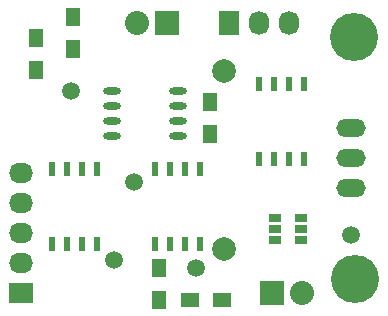
<source format=gts>
G04 #@! TF.FileFunction,Soldermask,Top*
%FSLAX46Y46*%
G04 Gerber Fmt 4.6, Leading zero omitted, Abs format (unit mm)*
G04 Created by KiCad (PCBNEW (2015-04-09 BZR 5589)-product) date Wednesday, 15 April 2015 07:54:32 pm*
%MOMM*%
G01*
G04 APERTURE LIST*
%ADD10C,0.150000*%
%ADD11R,2.032000X2.032000*%
%ADD12O,2.032000X2.032000*%
%ADD13R,2.032000X1.727200*%
%ADD14O,2.032000X1.727200*%
%ADD15R,1.727200X2.032000*%
%ADD16O,1.727200X2.032000*%
%ADD17C,1.501140*%
%ADD18O,2.499360X1.501140*%
%ADD19C,1.998980*%
%ADD20R,1.300000X1.500000*%
%ADD21R,1.500000X1.300000*%
%ADD22R,0.508000X1.143000*%
%ADD23O,1.473200X0.609600*%
%ADD24R,1.060000X0.650000*%
%ADD25C,4.064000*%
G04 APERTURE END LIST*
D10*
D11*
X157480000Y-96520000D03*
D12*
X154940000Y-96520000D03*
D11*
X166370000Y-119380000D03*
D12*
X168910000Y-119380000D03*
D13*
X145135600Y-119380000D03*
D14*
X145135600Y-116840000D03*
X145135600Y-114300000D03*
X145135600Y-111760000D03*
X145135600Y-109220000D03*
D15*
X162712400Y-96520000D03*
D16*
X165252400Y-96520000D03*
X167792400Y-96520000D03*
D17*
X154686000Y-109982000D03*
X173075600Y-114503200D03*
X152958800Y-116586000D03*
X159969200Y-117297200D03*
X149352000Y-102311200D03*
D18*
X173024800Y-107950000D03*
X173024800Y-105410000D03*
X173024800Y-110490000D03*
D19*
X162306000Y-100653200D03*
X162306000Y-115653200D03*
D20*
X161086800Y-105947200D03*
X161086800Y-103247200D03*
X149555200Y-96008200D03*
X149555200Y-98708200D03*
X146380200Y-97837000D03*
X146380200Y-100537000D03*
D21*
X162132000Y-119989600D03*
X159432000Y-119989600D03*
D20*
X156768800Y-119968000D03*
X156768800Y-117268000D03*
D22*
X160248600Y-115239800D03*
X158978600Y-115239800D03*
X157708600Y-115239800D03*
X156438600Y-115239800D03*
X156438600Y-108889800D03*
X157708600Y-108889800D03*
X158978600Y-108889800D03*
X160248600Y-108889800D03*
D23*
X152844500Y-102298500D03*
X152844500Y-103568500D03*
X152844500Y-104838500D03*
X152844500Y-106108500D03*
X158432500Y-106108500D03*
X158432500Y-104838500D03*
X158432500Y-103568500D03*
X158432500Y-102298500D03*
D24*
X166641600Y-113045200D03*
X166641600Y-113995200D03*
X166641600Y-114945200D03*
X168841600Y-114945200D03*
X168841600Y-113045200D03*
X168841600Y-113995200D03*
D22*
X151511000Y-115290600D03*
X150241000Y-115290600D03*
X148971000Y-115290600D03*
X147701000Y-115290600D03*
X147701000Y-108940600D03*
X148971000Y-108940600D03*
X150241000Y-108940600D03*
X151511000Y-108940600D03*
X169037000Y-108077000D03*
X167767000Y-108077000D03*
X166497000Y-108077000D03*
X165227000Y-108077000D03*
X165227000Y-101727000D03*
X166497000Y-101727000D03*
X167767000Y-101727000D03*
X169037000Y-101727000D03*
D25*
X173329600Y-97739200D03*
X173355000Y-118237000D03*
M02*

</source>
